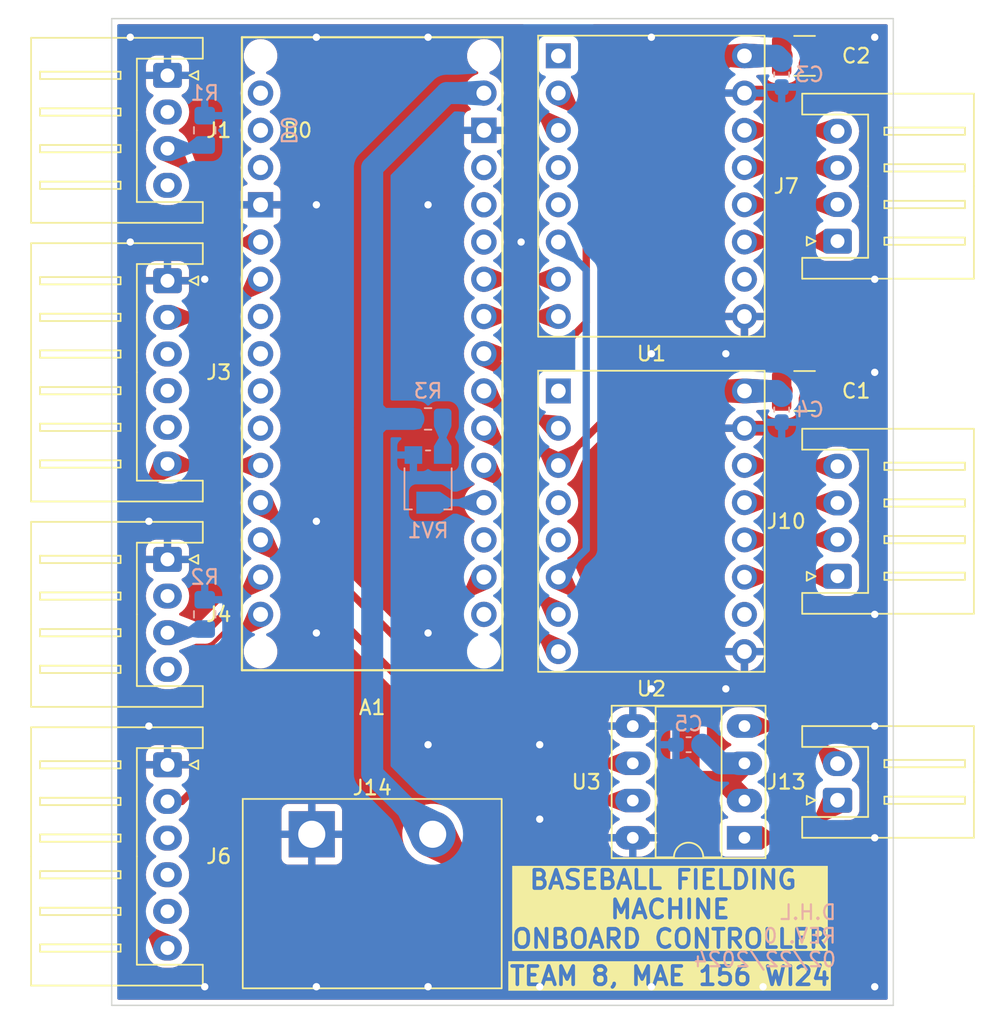
<source format=kicad_pcb>
(kicad_pcb (version 20221018) (generator pcbnew)
  (title_block (title "Onboard Controller V1") (date "2024-02-20") (rev "0"))
  (layers (0 "F.Cu" signal) (31 "B.Cu" signal) (34 "B.Paste" user) (35 "F.Paste" user) (36 "B.SilkS" user "B.Silkscreen") (37 "F.SilkS" user "F.Silkscreen") (38 "B.Mask" user) (39 "F.Mask" user) (44 "Edge.Cuts" user))
  (net 0 "")
  (net 1 "+3V3")
  (net 3 "Net-(A1-PadA0)")
  (net 4 "/FOR")
  (net 5 "/BACK")
  (net 13 "/SERVO1")
  (net 14 "/HALL1")
  (net 15 "/SERVO2")
  (net 16 "/HALL2")
  (net 17 "/STEP1")
  (net 18 "/DIR1")
  (net 19 "/STEP2")
  (net 20 "/DIR2")
  (net 23 "GND")
  (net 25 "+12V")
  (net 36 "Net-(J7-Pin_1)")
  (net 37 "Net-(J7-Pin_2)")
  (net 38 "Net-(J7-Pin_3)")
  (net 39 "Net-(J7-Pin_4)")
  (net 40 "Net-(J10-Pin_1)")
  (net 41 "Net-(J10-Pin_2)")
  (net 42 "Net-(J10-Pin_3)")
  (net 43 "Net-(J10-Pin_4)")
  (net 44 "Net-(J13-Pin_1)")
  (net 45 "Net-(J13-Pin_2)")
  (net 47 "/MS2")
  (net 48 "/MS1")
  (net 53 "Net-(R3-Pad2)")
  (net 54 "/3V3")
  (footprint "Footprint Library:On_Shore_Tech_Barrier_Strip_2Pos" (layer "F.Cu") (at 126.685 102.63)
    (fp_text reference "J14" (at 4.125 -3.175 unlocked) (layer "F.SilkS"))
    (fp_text value "Screw_Terminal_01x02")
    (pad "1" thru_hole rect (at 0 0) (size 3.145 3.145) (drill 1.85) (layers "*.Cu" "*.Mask") (net 23 "GND"))
    (pad "2" thru_hole circle (at 8.25 0) (size 3.145 3.145) (drill 1.85) (layers "*.Cu" "*.Mask") (net 25 "+12V"))
  )
  (footprint "Capacitor_SMD:C_1210_3225Metric_Pad1.33x2.70mm_HandSolder" (layer "F.Cu") (at 160.3125 72.39)
    (fp_text reference "C1" (at 3.5175 0) (layer "F.SilkS"))
    (fp_text value "100u")
    (pad "1" smd roundrect (at -1.5625 0) (size 1.325 2.7) (layers "F.Cu" "F.Paste" "F.Mask") (roundrect_rratio 0.1886792453) (net 25 "+12V"))
    (pad "2" smd roundrect (at 1.5625 0) (size 1.325 2.7) (layers "F.Cu" "F.Paste" "F.Mask") (roundrect_rratio 0.1886792453) (net 23 "GND"))
  )
  (footprint "Connector_JST:JST_XH_S4B-XH-A_1x04_P2.50mm_Horizontal" (layer "F.Cu") (at 116.84 50.86 -90)
    (fp_text reference "J1" (at 3.75 -3.5 -180) (layer "F.SilkS"))
    (fp_text value "ESC_CTRL")
    (pad "1" thru_hole roundrect (at 0 0 270) (size 1.7 1.95) (drill 0.95) (layers "*.Cu" "*.Mask") (roundrect_rratio 0.1470588235) (net 23 "GND"))
    (pad "2" thru_hole oval (at 2.5 0 270) (size 1.7 1.95) (drill 0.95) (layers "*.Cu" "*.Mask"))
    (pad "3" thru_hole oval (at 5 0 270) (size 1.7 1.95) (drill 0.95) (layers "*.Cu" "*.Mask") (net 13 "/SERVO1"))
    (pad "4" thru_hole oval (at 7.5 0 270) (size 1.7 1.95) (drill 0.95) (layers "*.Cu" "*.Mask"))
  )
  (footprint "Footprint Library:Pololu_Breakout_MP6500" (layer "F.Cu") (at 143.51 72.39)
    (fp_text reference "U2" (at 6.35 20.32 unlocked) (layer "F.SilkS"))
    (fp_text value "Pololu_Breakout_MP6500")
    (pad "1" thru_hole rect (at 0 0) (size 1.7 1.7) (drill 1) (layers "*.Cu" "*.Mask"))
    (pad "2" thru_hole oval (at 0 2.54) (size 1.7 1.7) (drill 1) (layers "*.Cu" "*.Mask") (net 48 "/MS1"))
    (pad "3" thru_hole oval (at 0 5.08) (size 1.7 1.7) (drill 1) (layers "*.Cu" "*.Mask") (net 47 "/MS2"))
    (pad "4" thru_hole oval (at 0 7.62) (size 1.7 1.7) (drill 1) (layers "*.Cu" "*.Mask"))
    (pad "5" thru_hole oval (at 0 10.16) (size 1.7 1.7) (drill 1) (layers "*.Cu" "*.Mask"))
    (pad "6" thru_hole oval (at 0 12.7) (size 1.7 1.7) (drill 1) (layers "*.Cu" "*.Mask") (net 1 "+3V3"))
    (pad "7" thru_hole oval (at 0 15.24) (size 1.7 1.7) (drill 1) (layers "*.Cu" "*.Mask") (net 19 "/STEP2"))
    (pad "8" thru_hole oval (at 0 17.78) (size 1.7 1.7) (drill 1) (layers "*.Cu" "*.Mask") (net 20 "/DIR2"))
    (pad "9" thru_hole oval (at 12.7 17.78) (size 1.7 1.7) (drill 1) (layers "*.Cu" "*.Mask") (net 23 "GND"))
    (pad "10" thru_hole oval (at 12.7 15.24) (size 1.7 1.7) (drill 1) (layers "*.Cu" "*.Mask"))
    (pad "11" thru_hole oval (at 12.7 12.7) (size 1.7 1.7) (drill 1) (layers "*.Cu" "*.Mask") (net 40 "Net-(J10-Pin_1)"))
    (pad "12" thru_hole oval (at 12.7 10.16) (size 1.7 1.7) (drill 1) (layers "*.Cu" "*.Mask") (net 41 "Net-(J10-Pin_2)"))
    (pad "13" thru_hole oval (at 12.7 7.62) (size 1.7 1.7) (drill 1) (layers "*.Cu" "*.Mask") (net 42 "Net-(J10-Pin_3)"))
    (pad "14" thru_hole oval (at 12.7 5.08) (size 1.7 1.7) (drill 1) (layers "*.Cu" "*.Mask") (net 43 "Net-(J10-Pin_4)"))
    (pad "15" thru_hole oval (at 12.7 2.54) (size 1.7 1.7) (drill 1) (layers "*.Cu" "*.Mask") (net 23 "GND"))
    (pad "16" thru_hole oval (at 12.7 0) (size 1.7 1.7) (drill 1) (layers "*.Cu" "*.Mask") (net 25 "+12V"))
  )
  (footprint "PCM_arduino-library:Arduino_Nano_ESP32_Socket" (layer "F.Cu") (at 130.81 91.44)
    (fp_text reference "A1" (at 0 2.54) (layer "F.SilkS"))
    (fp_text value "Arduino_Nano_ESP32_Socket")
    (fp_text user "D0" (at -5.715 -36.83 -90 unlocked) (layer "B.SilkS") (effects (justify mirror)))
    (fp_text user "D0" (at -5.08 -36.83 unlocked) (layer "F.SilkS"))
    (pad "" np_thru_hole circle (at -7.62 -41.91) (size 1.8 1.8) (drill 1.8) (layers "F&B.Cu" "*.Mask"))
    (pad "" np_thru_hole circle (at -7.62 -1.27) (size 1.8 1.8) (drill 1.8) (layers "F&B.Cu" "*.Mask"))
    (pad "" np_thru_hole circle (at 7.62 -41.91) (size 1.8 1.8) (drill 1.8) (layers "F&B.Cu" "*.Mask"))
    (pad "" np_thru_hole circle (at 7.62 -1.27) (size 1.8 1.8) (drill 1.8) (layers "F&B.Cu" "*.Mask"))
    (pad "3V3" thru_hole circle (at 7.62 -6.35) (size 1.7272 1.7272) (drill 1.016) (layers "*.Cu" "*.Mask") (net 1 "+3V3"))
    (pad "5V" thru_hole circle (at 7.62 -31.75) (size 1.7272 1.7272) (drill 1.016) (layers "*.Cu" "*.Mask"))
    (pad "A0" thru_hole circle (at 7.62 -11.43) (size 1.7272 1.7272) (drill 1.016) (layers "*.Cu" "*.Mask") (net 3 "Net-(A1-PadA0)"))
    (pad "A1" thru_hole circle (at 7.62 -13.97) (size 1.7272 1.7272) (drill 1.016) (layers "*.Cu" "*.Mask") (net 20 "/DIR2"))
    (pad "A2" thru_hole circle (at 7.62 -16.51) (size 1.7272 1.7272) (drill 1.016) (layers "*.Cu" "*.Mask") (net 19 "/STEP2"))
    (pad "A3" thru_hole circle (at 7.62 -19.05) (size 1.7272 1.7272) (drill 1.016) (layers "*.Cu" "*.Mask") (net 47 "/MS2"))
    (pad "A4" thru_hole circle (at 7.62 -21.59) (size 1.7272 1.7272) (drill 1.016) (layers "*.Cu" "*.Mask") (net 48 "/MS1"))
    (pad "A5" thru_hole circle (at 7.62 -24.13) (size 1.7272 1.7272) (drill 1.016) (layers "*.Cu" "*.Mask") (net 18 "/DIR1"))
    (pad "A6" thru_hole circle (at 7.62 -26.67) (size 1.7272 1.7272) (drill 1.016) (layers "*.Cu" "*.Mask") (net 17 "/STEP1"))
    (pad "A7" thru_hole circle (at 7.62 -29.21) (size 1.7272 1.7272) (drill 1.016) (layers "*.Cu" "*.Mask"))
    (pad "B0" thru_hole circle (at 7.62 -8.89) (size 1.7272 1.7272) (drill 1.016) (layers "*.Cu" "*.Mask"))
    (pad "B1" thru_hole circle (at 7.62 -34.29) (size 1.7272 1.7272) (drill 1.016) (layers "*.Cu" "*.Mask"))
    (pad "D0" thru_hole circle (at -7.62 -36.83) (size 1.7272 1.7272) (drill 1.016) (layers "*.Cu" "*.Mask"))
    (pad "D1" thru_hole circle (at -7.62 -39.37) (size 1.7272 1.7272) (drill 1.016) (layers "*.Cu" "*.Mask"))
    (pad "D2" thru_hole circle (at -7.62 -29.21) (size 1.7272 1.7272) (drill 1.016) (layers "*.Cu" "*.Mask") (net 13 "/SERVO1"))
    (pad "D3" thru_hole circle (at -7.62 -26.67) (size 1.7272 1.7272) (drill 1.016) (layers "*.Cu" "*.Mask") (net 14 "/HALL1"))
    (pad "D4" thru_hole circle (at -7.62 -24.13) (size 1.7272 1.7272) (drill 1.016) (layers "*.Cu" "*.Mask"))
    (pad "D5" thru_hole circle (at -7.62 -21.59) (size 1.7272 1.7272) (drill 1.016) (layers "*.Cu" "*.Mask"))
    (pad "D6" thru_hole circle (at -7.62 -19.05) (size 1.7272 1.7272) (drill 1.016) (layers "*.Cu" "*.Mask"))
    (pad "D7" thru_hole circle (at -7.62 -16.51) (size 1.7272 1.7272) (drill 1.016) (layers "*.Cu" "*.Mask"))
    (pad "D8" thru_hole circle (at -7.62 -13.97) (size 1.7272 1.7272) (drill 1.016) (layers "*.Cu" "*.Mask") (net 54 "/3V3"))
    (pad "D9" thru_hole circle (at -7.62 -11.43) (size 1.7272 1.7272) (drill 1.016) (layers "*.Cu" "*.Mask") (net 5 "/BACK"))
    (pad "D10" thru_hole circle (at -7.62 -8.89) (size 1.7272 1.7272) (drill 1.016) (layers "*.Cu" "*.Mask") (net 4 "/FOR"))
    (pad "D11" thru_hole circle (at -7.62 -6.35) (size 1.7272 1.7272) (drill 1.016) (layers "*.Cu" "*.Mask") (net 15 "/SERVO2"))
    (pad "D12" thru_hole circle (at -7.62 -3.81) (size 1.7272 1.7272) (drill 1.016) (layers "*.Cu" "*.Mask") (net 16 "/HALL2"))
    (pad "D13" thru_hole circle (at 7.62 -3.81) (size 1.7272 1.7272) (drill 1.016) (layers "*.Cu" "*.Mask"))
    (pad "GND1" thru_hole rect (at -7.62 -31.75) (size 1.7272 1.7272) (drill 1.016) (layers "*.Cu" "*.Mask") (net 23 "GND"))
    (pad "GND2" thru_hole rect (at 7.62 -36.83) (size 1.7272 1.7272) (drill 1.016) (layers "*.Cu" "*.Mask") (net 23 "GND"))
    (pad "RST" thru_hole circle (at -7.62 -34.29) (size 1.7272 1.7272) (drill 1.016) (layers "*.Cu" "*.Mask"))
    (pad "VIN" thru_hole circle (at 7.62 -39.37) (size 1.7272 1.7272) (drill 1.016) (layers "*.Cu" "*.Mask") (net 25 "+12V"))
  )
  (footprint "Connector_JST:JST_XH_S6B-XH-A_1x06_P2.50mm_Horizontal" (layer "F.Cu") (at 116.84 97.89 -90)
    (fp_text reference "J6" (at 6.25 -3.5 -180) (layer "F.SilkS"))
    (fp_text value "BLDC_SEN")
    (pad "1" thru_hole roundrect (at 0 0 270) (size 1.7 1.95) (drill 0.95) (layers "*.Cu" "*.Mask") (roundrect_rratio 0.1470588235) (net 23 "GND"))
    (pad "2" thru_hole oval (at 2.5 0 270) (size 1.7 1.95) (drill 0.95) (layers "*.Cu" "*.Mask") (net 16 "/HALL2"))
    (pad "3" thru_hole oval (at 5 0 270) (size 1.7 1.95) (drill 0.95) (layers "*.Cu" "*.Mask"))
    (pad "4" thru_hole oval (at 7.5 0 270) (size 1.7 1.95) (drill 0.95) (layers "*.Cu" "*.Mask"))
    (pad "5" thru_hole oval (at 10 0 270) (size 1.7 1.95) (drill 0.95) (layers "*.Cu" "*.Mask"))
    (pad "6" thru_hole oval (at 12.5 0 270) (size 1.7 1.95) (drill 0.95) (layers "*.Cu" "*.Mask") (net 54 "/3V3"))
  )
  (footprint "Capacitor_SMD:C_1210_3225Metric_Pad1.33x2.70mm_HandSolder" (layer "F.Cu") (at 160.3125 49.53)
    (fp_text reference "C2" (at 3.5175 0) (layer "F.SilkS"))
    (fp_text value "100u")
    (pad "1" smd roundrect (at -1.5625 0) (size 1.325 2.7) (layers "F.Cu" "F.Paste" "F.Mask") (roundrect_rratio 0.1886792453) (net 25 "+12V"))
    (pad "2" smd roundrect (at 1.5625 0) (size 1.325 2.7) (layers "F.Cu" "F.Paste" "F.Mask") (roundrect_rratio 0.1886792453) (net 23 "GND"))
  )
  (footprint "Connector_JST:JST_XH_S4B-XH-A_1x04_P2.50mm_Horizontal" (layer "F.Cu") (at 116.84 83.88 -90)
    (fp_text reference "J4" (at 3.75 -3.5 -180) (layer "F.SilkS"))
    (fp_text value "ESC_CTRL")
    (pad "1" thru_hole roundrect (at 0 0 270) (size 1.7 1.95) (drill 0.95) (layers "*.Cu" "*.Mask") (roundrect_rratio 0.1470588235) (net 23 "GND"))
    (pad "2" thru_hole oval (at 2.5 0 270) (size 1.7 1.95) (drill 0.95) (layers "*.Cu" "*.Mask"))
    (pad "3" thru_hole oval (at 5 0 270) (size 1.7 1.95) (drill 0.95) (layers "*.Cu" "*.Mask") (net 15 "/SERVO2"))
    (pad "4" thru_hole oval (at 7.5 0 270) (size 1.7 1.95) (drill 0.95) (layers "*.Cu" "*.Mask"))
  )
  (footprint "Connector_JST:JST_XH_S2B-XH-A_1x02_P2.50mm_Horizontal" (layer "F.Cu") (at 162.56 100.31 90)
    (fp_text reference "J13" (at 1.25 -3.5 180) (layer "F.SilkS"))
    (fp_text value "MOTOR")
    (pad "1" thru_hole roundrect (at 0 0 90) (size 1.7 2) (drill 1) (layers "*.Cu" "*.Mask") (roundrect_rratio 0.1470588235) (net 44 "Net-(J13-Pin_1)"))
    (pad "2" thru_hole oval (at 2.5 0 90) (size 1.7 2) (drill 1) (layers "*.Cu" "*.Mask") (net 45 "Net-(J13-Pin_2)"))
  )
  (footprint "Connector_JST:JST_XH_S4B-XH-A_1x04_P2.50mm_Horizontal" (layer "F.Cu") (at 162.56 62.17 90)
    (fp_text reference "J7" (at 3.75 -3.5 180) (layer "F.SilkS"))
    (fp_text value "STPR_CTRL")
    (pad "1" thru_hole roundrect (at 0 0 90) (size 1.7 1.95) (drill 0.95) (layers "*.Cu" "*.Mask") (roundrect_rratio 0.1470588235) (net 36 "Net-(J7-Pin_1)"))
    (pad "2" thru_hole oval (at 2.5 0 90) (size 1.7 1.95) (drill 0.95) (layers "*.Cu" "*.Mask") (net 37 "Net-(J7-Pin_2)"))
    (pad "3" thru_hole oval (at 5 0 90) (size 1.7 1.95) (drill 0.95) (layers "*.Cu" "*.Mask") (net 38 "Net-(J7-Pin_3)"))
    (pad "4" thru_hole oval (at 7.5 0 90) (size 1.7 1.95) (drill 0.95) (layers "*.Cu" "*.Mask") (net 39 "Net-(J7-Pin_4)"))
  )
  (footprint "Connector_JST:JST_XH_S4B-XH-A_1x04_P2.50mm_Horizontal" (layer "F.Cu") (at 162.56 85.03 90)
    (fp_text reference "J10" (at 3.75 -3.5 180) (layer "F.SilkS"))
    (fp_text value "STPR_CTRL")
    (pad "1" thru_hole roundrect (at 0 0 90) (size 1.7 1.95) (drill 0.95) (layers "*.Cu" "*.Mask") (roundrect_rratio 0.1470588235) (net 40 "Net-(J10-Pin_1)"))
    (pad "2" thru_hole oval (at 2.5 0 90) (size 1.7 1.95) (drill 0.95) (layers "*.Cu" "*.Mask") (net 41 "Net-(J10-Pin_2)"))
    (pad "3" thru_hole oval (at 5 0 90) (size 1.7 1.95) (drill 0.95) (layers "*.Cu" "*.Mask") (net 42 "Net-(J10-Pin_3)"))
    (pad "4" thru_hole oval (at 7.5 0 90) (size 1.7 1.95) (drill 0.95) (layers "*.Cu" "*.Mask") (net 43 "Net-(J10-Pin_4)"))
  )
  (footprint "Package_DIP:DIP-8_W7.62mm_Socket_LongPads" (layer "F.Cu") (at 156.21 102.87 180)
    (fp_text reference "U3" (at 10.795 3.81) (layer "F.SilkS"))
    (fp_text value "Adafruit_L9110")
    (pad "1" thru_hole rect (at 0 0 180) (size 2.4 1.6) (drill 0.8) (layers "*.Cu" "*.Mask") (net 44 "Net-(J13-Pin_1)"))
    (pad "2" thru_hole oval (at 0 2.54 180) (size 2.4 1.6) (drill 0.8) (layers "*.Cu" "*.Mask") (net 25 "+12V"))
    (pad "3" thru_hole oval (at 0 5.08 180) (size 2.4 1.6) (drill 0.8) (layers "*.Cu" "*.Mask") (net 25 "+12V"))
    (pad "4" thru_hole oval (at 0 7.62 180) (size 2.4 1.6) (drill 0.8) (layers "*.Cu" "*.Mask") (net 45 "Net-(J13-Pin_2)"))
    (pad "5" thru_hole oval (at 7.62 7.62 180) (size 2.4 1.6) (drill 0.8) (layers "*.Cu" "*.Mask") (net 23 "GND"))
    (pad "6" thru_hole oval (at 7.62 5.08 180) (size 2.4 1.6) (drill 0.8) (layers "*.Cu" "*.Mask") (net 5 "/BACK"))
    (pad "7" thru_hole oval (at 7.62 2.54 180) (size 2.4 1.6) (drill 0.8) (layers "*.Cu" "*.Mask") (net 4 "/FOR"))
    (pad "8" thru_hole oval (at 7.62 0 180) (size 2.4 1.6) (drill 0.8) (layers "*.Cu" "*.Mask") (net 23 "GND"))
  )
  (footprint "Footprint Library:Pololu_Breakout_MP6500" (layer "F.Cu") (at 143.51 49.53)
    (fp_text reference "U1" (at 6.35 20.32 unlocked) (layer "F.SilkS"))
    (fp_text value "Pololu_Breakout_MP6500")
    (pad "1" thru_hole rect (at 0 0) (size 1.7 1.7) (drill 1) (layers "*.Cu" "*.Mask"))
    (pad "2" thru_hole oval (at 0 2.54) (size 1.7 1.7) (drill 1) (layers "*.Cu" "*.Mask") (net 48 "/MS1"))
    (pad "3" thru_hole oval (at 0 5.08) (size 1.7 1.7) (drill 1) (layers "*.Cu" "*.Mask") (net 47 "/MS2"))
    (pad "4" thru_hole oval (at 0 7.62) (size 1.7 1.7) (drill 1) (layers "*.Cu" "*.Mask"))
    (pad "5" thru_hole oval (at 0 10.16) (size 1.7 1.7) (drill 1) (layers "*.Cu" "*.Mask"))
    (pad "6" thru_hole oval (at 0 12.7) (size 1.7 1.7) (drill 1) (layers "*.Cu" "*.Mask") (net 1 "+3V3"))
    (pad "7" thru_hole oval (at 0 15.24) (size 1.7 1.7) (drill 1) (layers "*.Cu" "*.Mask") (net 17 "/STEP1"))
    (pad "8" thru_hole oval (at 0 17.78) (size 1.7 1.7) (drill 1) (layers "*.Cu" "*.Mask") (net 18 "/DIR1"))
    (pad "9" thru_hole oval (at 12.7 17.78) (size 1.7 1.7) (drill 1) (layers "*.Cu" "*.Mask") (net 23 "GND"))
    (pad "10" thru_hole oval (at 12.7 15.24) (size 1.7 1.7) (drill 1) (layers "*.Cu" "*.Mask"))
    (pad "11" thru_hole oval (at 12.7 12.7) (size 1.7 1.7) (drill 1) (layers "*.Cu" "*.Mask") (net 36 "Net-(J7-Pin_1)"))
    (pad "12" thru_hole oval (at 12.7 10.16) (size 1.7 1.7) (drill 1) (layers "*.Cu" "*.Mask") (net 37 "Net-(J7-Pin_2)"))
    (pad "13" thru_hole oval (at 12.7 7.62) (size 1.7 1.7) (drill 1) (layers "*.Cu" "*.Mask") (net 38 "Net-(J7-Pin_3)"))
    (pad "14" thru_hole oval (at 12.7 5.08) (size 1.7 1.7) (drill 1) (layers "*.Cu" "*.Mask") (net 39 "Net-(J7-Pin_4)"))
    (pad "15" thru_hole oval (at 12.7 2.54) (size 1.7 1.7) (drill 1) (layers "*.Cu" "*.Mask") (net 23 "GND"))
    (pad "16" thru_hole oval (at 12.7 0) (size 1.7 1.7) (drill 1) (layers "*.Cu" "*.Mask") (net 25 "+12V"))
  )
  (footprint "Connector_JST:JST_XH_S6B-XH-A_1x06_P2.50mm_Horizontal" (layer "F.Cu") (at 116.84 64.87 -90)
    (fp_text reference "J3" (at 6.25 -3.5 -180) (layer "F.SilkS"))
    (fp_text value "BLDC_SEN")
    (pad "1" thru_hole roundrect (at 0 0 270) (size 1.7 1.95) (drill 0.95) (layers "*.Cu" "*.Mask") (roundrect_rratio 0.1470588235) (net 23 "GND"))
    (pad "2" thru_hole oval (at 2.5 0 270) (size 1.7 1.95) (drill 0.95) (layers "*.Cu" "*.Mask") (net 14 "/HALL1"))
    (pad "3" thru_hole oval (at 5 0 270) (size 1.7 1.95) (drill 0.95) (layers "*.Cu" "*.Mask"))
    (pad "4" thru_hole oval (at 7.5 0 270) (size 1.7 1.95) (drill 0.95) (layers "*.Cu" "*.Mask"))
    (pad "5" thru_hole oval (at 10 0 270) (size 1.7 1.95) (drill 0.95) (layers "*.Cu" "*.Mask"))
    (pad "6" thru_hole oval (at 12.5 0 270) (size 1.7 1.95) (drill 0.95) (layers "*.Cu" "*.Mask") (net 54 "/3V3"))
  )
  (footprint "Capacitor_SMD:C_0603_1608Metric_Pad1.08x0.95mm_HandSolder" (layer "B.Cu") (at 158.75 73.66 -90)
    (fp_text reference "C4" (at 0 -1.905 -180) (layer "B.SilkS") (effects (justify mirror)))
    (fp_text value "0.1u")
    (pad "1" smd roundrect (at -0.8625 0 270) (size 1.075 0.95) (layers "B.Cu" "B.Paste" "B.Mask") (net 25 "+12V"))
    (pad "2" smd roundrect (at 0.8625 0 270) (size 1.075 0.95) (layers "B.Cu" "B.Paste" "B.Mask") (net 23 "GND"))
  )
  (footprint "Resistor_SMD:R_0805_2012Metric_Pad1.20x1.40mm_HandSolder" (layer "B.Cu") (at 134.62 74.295)
    (fp_text reference "R3" (at 0 -1.905) (layer "B.SilkS") (effects (justify mirror)))
    (fp_text value "10k")
    (pad "1" smd roundrect (at -1 0) (size 1.2 1.4) (layers "B.Cu" "B.Paste" "B.Mask") (roundrect_rratio 0.2083333333) (net 25 "+12V"))
    (pad "2" smd roundrect (at 1 0) (size 1.2 1.4) (layers "B.Cu" "B.Paste" "B.Mask") (roundrect_rratio 0.2083333333) (net 53 "Net-(R3-Pad2)"))
  )
  (footprint "Resistor_SMD:R_0805_2012Metric_Pad1.20x1.40mm_HandSolder" (layer "B.Cu") (at 119.38 87.63 90)
    (fp_text reference "R2" (at 2.54 0 180) (layer "B.SilkS") (effects (justify mirror)))
    (fp_text value "10k")
    (pad "1" smd roundrect (at -1 0 90) (size 1.2 1.4) (layers "B.Cu" "B.Paste" "B.Mask") (roundrect_rratio 0.2083333333) (net 15 "/SERVO2"))
    (pad "2" smd roundrect (at 1 0 90) (size 1.2 1.4) (layers "B.Cu" "B.Paste" "B.Mask") (roundrect_rratio 0.2083333333) (net 23 "GND"))
  )
  (footprint "Footprint Library:Bourns_TC33X_Potentiometer" (layer "B.Cu") (at 134.62 78.56 180)
    (fp_text reference "RV1" (at 0 -3.355 unlocked) (layer "B.SilkS") (effects (justify mirror)))
    (fp_text value "R_Potentiometer_Trim")
    (pad "1" smd rect (at -1 1.8 180) (size 1.2 1.2) (layers "B.Cu" "B.Paste" "B.Mask") (net 53 "Net-(R3-Pad2)"))
    (pad "2" smd rect (at 0 -1.45 180) (size 1.6 1.5) (layers "B.Cu" "B.Paste" "B.Mask") (net 3 "Net-(A1-PadA0)"))
    (pad "3" smd rect (at 1 1.8 180) (size 1.2 1.2) (layers "B.Cu" "B.Paste" "B.Mask") (net 23 "GND"))
  )
  (footprint "Capacitor_SMD:C_0603_1608Metric_Pad1.08x0.95mm_HandSolder" (layer "B.Cu") (at 152.4 96.52 180)
    (fp_text reference "C5" (at 0 1.43) (layer "B.SilkS") (effects (justify mirror)))
    (fp_text value "0.1u")
    (pad "1" smd roundrect (at -0.8625 0 180) (size 1.075 0.95) (layers "B.Cu" "B.Paste" "B.Mask") (net 25 "+12V"))
    (pad "2" smd roundrect (at 0.8625 0 180) (size 1.075 0.95) (layers "B.Cu" "B.Paste" "B.Mask") (net 23 "GND"))
  )
  (footprint "Resistor_SMD:R_0805_2012Metric_Pad1.20x1.40mm_HandSolder" (layer "B.Cu") (at 119.38 54.61 90)
    (fp_text reference "R1" (at 2.54 0 180) (layer "B.SilkS") (effects (justify mirror)))
    (fp_text value "10k")
    (pad "1" smd roundrect (at -1 0 90) (size 1.2 1.4) (layers "B.Cu" "B.Paste" "B.Mask") (roundrect_rratio 0.2083333333) (net 13 "/SERVO1"))
    (pad "2" smd roundrect (at 1 0 90) (size 1.2 1.4) (layers "B.Cu" "B.Paste" "B.Mask") (roundrect_rratio 0.2083333333) (net 23 "GND"))
  )
  (footprint "Capacitor_SMD:C_0603_1608Metric_Pad1.08x0.95mm_HandSolder" (layer "B.Cu") (at 158.75 50.8 -90)
    (fp_text reference "C3" (at 0 -1.905 -180) (layer "B.SilkS") (effects (justify mirror)))
    (fp_text value "0.1u")
    (pad "1" smd roundrect (at -0.8625 0 270) (size 1.075 0.95) (layers "B.Cu" "B.Paste" "B.Mask") (net 25 "+12V"))
    (pad "2" smd roundrect (at 0.8625 0 270) (size 1.075 0.95) (layers "B.Cu" "B.Paste" "B.Mask") (net 23 "GND"))
  )
  (gr_rect (start 113.03 46.99) (end 166.37 114.3) (stroke (width 0.1)) (fill none) (layer "Edge.Cuts"))
  (gr_text "D.H.L\nREV. 0\n02/22/2024" (at 162.56 111.76) (layer "B.SilkS") (effects (font (size 1 1)) (justify left bottom mirror)))
  (gr_text "TEAM 8, MAE 156 WI24" (at 151.13 113.03) (layer "F.SilkS" knockout) (effects (font (size 1.25 1.25) (thickness 0.25) bold) (justify bottom)))
  (gr_text "BASEBALL FIELDING \nMACHINE\nONBOARD CONTROLLER" (at 151.13 110.49) (layer "F.SilkS" knockout) (effects (font (size 1.25 1.25) (thickness 0.25) bold) (justify bottom)))
  (segment (start 138.43 85.09) (end 135.89 87.63) (width 0.5) (layer "F.Cu") (net 1))
  (segment (start 145.415 90.805) (end 145.415 86.995) (width 0.5) (layer "F.Cu") (net 1))
  (segment (start 137.795 92.075) (end 144.145 92.075) (width 0.5) (layer "F.Cu") (net 1))
  (segment (start 135.89 87.63) (end 135.89 90.17) (width 0.5) (layer "F.Cu") (net 1))
  (segment (start 144.145 92.075) (end 145.415 90.805) (width 0.5) (layer "F.Cu") (net 1))
  (segment (start 145.415 86.995) (end 143.51 85.09) (width 0.5) (layer "F.Cu") (net 1))
  (segment (start 135.89 90.17) (end 137.795 92.075) (width 0.5) (layer "F.Cu") (net 1))
  (segment (start 143.51 85.09) (end 145.415 83.185) (width 0.5) (layer "B.Cu") (net 1))
  (segment (start 145.415 83.185) (end 145.415 64.135) (width 0.5) (layer "B.Cu") (net 1))
  (segment (start 145.415 64.135) (end 143.51 62.23) (width 0.5) (layer "B.Cu") (net 1))
  (segment (start 134.62 80.01) (end 138.43 80.01) (width 0.5) (layer "B.Cu") (net 3))
  (segment (start 123.19 82.55) (end 140.97 100.33) (width 0.5) (layer "F.Cu") (net 4))
  (segment (start 140.97 100.33) (end 148.59 100.33) (width 0.5) (layer "F.Cu") (net 4))
  (segment (start 140.97 97.79) (end 148.59 97.79) (width 0.5) (layer "F.Cu") (net 5))
  (segment (start 123.19 80.01) (end 140.97 97.79) (width 0.5) (layer "F.Cu") (net 5))
  (segment (start 121.92 62.23) (end 123.19 62.23) (width 0.5) (layer "F.Cu") (net 13))
  (segment (start 120.65 59.67) (end 120.65 60.96) (width 0.5) (layer "F.Cu") (net 13))
  (segment (start 116.84 55.86) (end 120.65 59.67) (width 0.5) (layer "F.Cu") (net 13))
  (segment (start 120.65 60.96) (end 121.92 62.23) (width 0.5) (layer "F.Cu") (net 13))
  (segment (start 116.84 55.86) (end 119.13 55.86) (width 0.5) (layer "B.Cu") (net 13))
  (segment (start 119.13 55.86) (end 119.38 55.61) (width 0.5) (layer "B.Cu") (net 13))
  (segment (start 116.84 67.37) (end 120.59 67.37) (width 0.5) (layer "F.Cu") (net 14))
  (segment (start 120.59 67.37) (end 123.19 64.77) (width 0.5) (layer "F.Cu") (net 14))
  (segment (start 116.84 88.88) (end 119.4 88.88) (width 0.5) (layer "F.Cu") (net 15))
  (segment (start 119.4 88.88) (end 123.19 85.09) (width 0.5) (layer "F.Cu") (net 15))
  (segment (start 119.13 88.88) (end 119.38 88.63) (width 0.5) (layer "B.Cu") (net 15))
  (segment (start 116.84 88.88) (end 119.13 88.88) (width 0.5) (layer "B.Cu") (net 15))
  (segment (start 120.65 90.17) (end 123.19 87.63) (width 0.5) (layer "F.Cu") (net 16))
  (segment (start 116.84 100.39) (end 117.811258 100.39) (width 0.5) (layer "F.Cu") (net 16))
  (segment (start 117.811258 100.39) (end 120.65 97.551258) (width 0.5) (layer "F.Cu") (net 16))
  (segment (start 120.65 97.551258) (end 120.65 90.17) (width 0.5) (layer "F.Cu") (net 16))
  (segment (start 138.43 64.77) (end 143.51 64.77) (width 0.5) (layer "F.Cu") (net 17))
  (segment (start 138.43 67.31) (end 143.51 67.31) (width 0.5) (layer "F.Cu") (net 18))
  (segment (start 143.51 87.63) (end 141.605 85.725) (width 0.5) (layer "F.Cu") (net 19))
  (segment (start 141.605 78.105) (end 138.43 74.93) (width 0.5) (layer "F.Cu") (net 19))
  (segment (start 141.605 85.725) (end 141.605 78.105) (width 0.5) (layer "F.Cu") (net 19))
  (segment (start 140.0436 79.0836) (end 138.43 77.47) (width 0.5) (layer "F.Cu") (net 20))
  (segment (start 140.0436 86.7036) (end 140.0436 79.0836) (width 0.5) (layer "F.Cu") (net 20))
  (segment (start 143.51 90.17) (end 140.0436 86.7036) (width 0.5) (layer "F.Cu") (net 20))
  (segment (start 161.875 73.74) (end 161.875 72.39) (width 1) (layer "F.Cu") (net 23))
  (segment (start 156.21 74.93) (end 160.685 74.93) (width 1) (layer "F.Cu") (net 23))
  (segment (start 160.685 52.07) (end 161.875 50.88) (width 1) (layer "F.Cu") (net 23))
  (segment (start 156.21 52.07) (end 160.685 52.07) (width 1) (layer "F.Cu") (net 23))
  (segment (start 160.685 74.93) (end 161.875 73.74) (width 1) (layer "F.Cu") (net 23))
  (segment (start 161.875 50.88) (end 161.875 49.53) (width 1) (layer "F.Cu") (net 23))
  (via (at 149.86 113.03) (size 1) (drill 0.5) (layers "F.Cu" "B.Cu") (net 23))
  (via (at 142.24 101.6) (size 1) (drill 0.5) (layers "F.Cu" "B.Cu") (net 23))
  (via (at 127 88.9) (size 1) (drill 0.5) (layers "F.Cu" "B.Cu") (net 23))
  (via (at 142.24 96.52) (size 1) (drill 0.5) (layers "F.Cu" "B.Cu") (net 23))
  (via (at 127 48.26) (size 1) (drill 0.5) (layers "F.Cu" "B.Cu") (net 23))
  (via (at 127 113.03) (size 1) (drill 0.5) (layers "F.Cu" "B.Cu") (net 23))
  (via (at 165.1 87.63) (size 1) (drill 0.5) (layers "F.Cu" "B.Cu") (net 23))
  (via (at 165.1 71.12) (size 1) (drill 0.5) (layers "F.Cu" "B.Cu") (net 23))
  (via (at 114.3 48.26) (size 1) (drill 0.5) (layers "F.Cu" "B.Cu") (net 23))
  (via (at 165.1 95.25) (size 1) (drill 0.5) (layers "F.Cu" "B.Cu") (net 23))
  (via (at 149.86 92.71) (size 1) (drill 0.5) (layers "F.Cu" "B.Cu") (net 23))
  (via (at 157.48 113.03) (size 1) (drill 0.5) (layers "F.Cu" "B.Cu") (net 23))
  (via (at 149.86 48.26) (size 1) (drill 0.5) (layers "F.Cu" "B.Cu") (net 23))
  (via (at 114.3 62.23) (size 1) (drill 0.5) (layers "F.Cu" "B.Cu") (net 23))
  (via (at 165.1 48.26) (size 1) (drill 0.5) (layers "F.Cu" "B.Cu") (net 23))
  (via (at 115.57 81.28) (size 1) (drill 0.5) (layers "F.Cu" "B.Cu") (net 23))
  (via (at 149.86 69.85) (size 1) (drill 0.5) (layers "F.Cu" "B.Cu") (net 23))
  (via (at 154.94 69.85) (size 1) (drill 0.5) (layers "F.Cu" "B.Cu") (net 23))
  (via (at 115.57 95.25) (size 1) (drill 0.5) (layers "F.Cu" "B.Cu") (net 23))
  (via (at 140.97 62.23) (size 1) (drill 0.5) (layers "F.Cu" "B.Cu") (net 23))
  (via (at 165.1 113.03) (size 1) (drill 0.5) (layers "F.Cu" "B.Cu") (net 23))
  (via (at 134.62 113.03) (size 1) (drill 0.5) (layers "F.Cu" "B.Cu") (net 23))
  (via (at 134.62 59.69) (size 1) (drill 0.5) (layers "F.Cu" "B.Cu") (net 23))
  (via (at 154.94 92.71) (size 1) (drill 0.5) (layers "F.Cu" "B.Cu") (net 23))
  (via (at 119.38 113.03) (size 1) (drill 0.5) (layers "F.Cu" "B.Cu") (net 23))
  (via (at 134.62 48.26) (size 1) (drill 0.5) (layers "F.Cu" "B.Cu") (net 23))
  (via (at 119.38 64.77) (size 1) (drill 0.5) (layers "F.Cu" "B.Cu") (net 23))
  (via (at 134.62 96.52) (size 1) (drill 0.5) (layers "F.Cu" "B.Cu") (net 23))
  (via (at 134.62 88.9) (size 1) (drill 0.5) (layers "F.Cu" "B.Cu") (net 23))
  (via (at 165.1 64.77) (size 1) (drill 0.5) (layers "F.Cu" "B.Cu") (net 23))
  (via (at 142.24 113.03) (size 1) (drill 0.5) (layers "F.Cu" "B.Cu") (net 23))
  (via (at 165.1 102.87) (size 1) (drill 0.5) (layers "F.Cu" "B.Cu") (net 23))
  (via (at 127 81.28) (size 1) (drill 0.5) (layers "F.Cu" "B.Cu") (net 23))
  (via (at 127 59.69) (size 1) (drill 0.5) (layers "F.Cu" "B.Cu") (net 23))
  (segment (start 154.94 49.53) (end 156.21 49.53) (width 1.5) (layer "F.Cu") (net 25))
  (segment (start 152.4 72.39) (end 152.4 52.07) (width 1.5) (layer "F.Cu") (net 25))
  (segment (start 154.94 99.06) (end 156.21 97.79) (width 1.5) (layer "F.Cu") (net 25))
  (segment (start 150.415 106.68) (end 152.4 104.695) (width 1.5) (layer "F.Cu") (net 25))
  (segment (start 152.4 104.695) (end 152.4 99.06) (width 1.5) (layer "F.Cu") (net 25))
  (segment (start 152.4 99.06) (end 154.94 99.06) (width 1.5) (layer "F.Cu") (net 25))
  (segment (start 156.21 72.39) (end 158.75 72.39) (width 1.5) (layer "F.Cu") (net 25))
  (segment (start 154.94 99.06) (end 156.21 100.33) (width 1.5) (layer "F.Cu") (net 25))
  (segment (start 152.4 99.06) (end 152.4 72.39) (width 1.5) (layer "F.Cu") (net 25))
  (segment (start 156.21 72.39) (end 152.4 72.39) (width 1.5) (layer "F.Cu") (net 25))
  (segment (start 138.985 106.68) (end 150.415 106.68) (width 1.5) (layer "F.Cu") (net 25))
  (segment (start 156.21 49.53) (end 158.75 49.53) (width 1.5) (layer "F.Cu") (net 25))
  (segment (start 152.4 52.07) (end 154.94 49.53) (width 1.5) (layer "F.Cu") (net 25))
  (segment (start 134.935 102.63) (end 138.985 106.68) (width 1.5) (layer "F.Cu") (net 25))
  (segment (start 156.21 72.39) (end 158.405 72.39) (width 1.5) (layer "B.Cu") (net 25))
  (segment (start 130.81 98.505) (end 130.81 74.93) (width 1.5) (layer "B.Cu") (net 25))
  (segment (start 130.81 74.93) (end 130.81 73.66) (width 1.5) (layer "B.Cu") (net 25))
  (segment (start 131.445 74.295) (end 130.81 73.66) (width 1.5) (layer "B.Cu") (net 25))
  (segment (start 156.21 97.79) (end 154.595 97.79) (width 1.5) (layer "B.Cu") (net 25))
  (segment (start 130.81 73.66) (end 130.81 57.15) (width 1.5) (layer "B.Cu") (net 25))
  (segment (start 158.405 49.53) (end 158.75 49.875) (width 1.5) (layer "B.Cu") (net 25))
  (segment (start 130.81 74.93) (end 131.445 74.295) (width 1.5) (layer "B.Cu") (net 25))
  (segment (start 154.595 97.79) (end 153.325 96.52) (width 1.5) (layer "B.Cu") (net 25))
  (segment (start 134.935 102.63) (end 130.81 98.505) (width 1.5) (layer "B.Cu") (net 25))
  (segment (start 158.405 72.39) (end 158.75 72.735) (width 1.5) (layer "B.Cu") (net 25))
  (segment (start 156.21 49.53) (end 158.405 49.53) (width 1.5) (layer "B.Cu") (net 25))
  (segment (start 133.62 74.295) (end 131.445 74.295) (width 1.5) (layer "B.Cu") (net 25))
  (segment (start 135.89 52.07) (end 138.43 52.07) (width 1.5) (layer "B.Cu") (net 25))
  (segment (start 130.81 57.15) (end 135.89 52.07) (width 1.5) (layer "B.Cu") (net 25))
  (segment (start 156.21 62.23) (end 162.5 62.23) (width 0.5) (layer "F.Cu") (net 36))
  (segment (start 162.5 62.23) (end 162.56 62.17) (width 0.5) (layer "F.Cu") (net 36))
  (segment (start 156.21 59.69) (end 162.54 59.69) (width 0.5) (layer "F.Cu") (net 37))
  (segment (start 162.54 59.69) (end 162.56 59.67) (width 0.5) (layer "F.Cu") (net 37))
  (segment (start 156.21 57.15) (end 162.54 57.15) (width 0.5) (layer "F.Cu") (net 38))
  (segment (start 162.54 57.15) (end 162.56 57.17) (width 0.5) (layer "F.Cu") (net 38))
  (segment (start 156.21 54.61) (end 162.5 54.61) (width 0.5) (layer "F.Cu") (net 39))
  (segment (start 162.5 54.61) (end 162.56 54.67) (width 0.5) (layer "F.Cu") (net 39))
  (segment (start 156.21 85.09) (end 162.5 85.09) (width 0.5) (layer "F.Cu") (net 40))
  (segment (start 162.5 85.09) (end 162.56 85.03) (width 0.5) (layer "F.Cu") (net 40))
  (segment (start 162.54 82.55) (end 162.56 82.53) (width 0.5) (layer "F.Cu") (net 41))
  (segment (start 156.21 82.55) (end 162.54 82.55) (width 0.5) (layer "F.Cu") (net 41))
  (segment (start 156.21 80.01) (end 162.54 80.01) (width 0.5) (layer "F.Cu") (net 42))
  (segment (start 162.54 80.01) (end 162.56 80.03) (width 0.5) (layer "F.Cu") (net 42))
  (segment (start 162.5 77.47) (end 162.56 77.53) (width 0.5) (layer "F.Cu") (net 43))
  (segment (start 156.21 77.47) (end 162.5 77.47) (width 0.5) (layer "F.Cu") (net 43))
  (segment (start 156.21 102.87) (end 160 102.87) (width 0.5) (layer "F.Cu") (net 44))
  (segment (start 160 102.87) (end 162.56 100.31) (width 0.5) (layer "F.Cu") (net 44))
  (segment (start 160 95.25) (end 156.21 95.25) (width 0.5) (layer "F.Cu") (net 45))
  (segment (start 162.56 97.81) (end 160 95.25) (width 0.5) (layer "F.Cu") (net 45))
  (segment (start 147.32 50.05467) (end 145.19533 47.93) (width 0.5) (layer "F.Cu") (net 47))
  (segment (start 138.43 72.39) (end 143.51 77.47) (width 0.5) (layer "F.Cu") (net 47))
  (segment (start 140.97 52.07) (end 143.51 54.61) (width 0.5) (layer "F.Cu") (net 47))
  (segment (start 143.51 77.47) (end 147.32 73.66) (width 0.5) (layer "F.Cu") (net 47))
  (segment (start 145.19533 47.93) (end 141.82467 47.93) (width 0.5) (layer "F.Cu") (net 47))
  (segment (start 147.32 73.66) (end 147.32 50.05467) (width 0.5) (layer "F.Cu") (net 47))
  (segment (start 140.97 48.78467) (end 140.97 52.07) (width 0.5) (layer "F.Cu") (net 47))
  (segment (start 141.82467 47.93) (end 140.97 48.78467) (width 0.5) (layer "F.Cu") (net 47))
  (segment (start 142.875 74.93) (end 141.605 73.66) (width 0.5) (layer "F.Cu") (net 48))
  (segment (start 143.28934 69.85) (end 138.43 69.85) (width 0.5) (layer "F.Cu") (net 48))
  (segment (start 143.51 74.93) (end 142.875 74.93) (width 0.5) (layer "F.Cu") (net 48))
  (segment (start 145.415 53.975) (end 145.415 67.72434) (width 0.5) (layer "F.Cu") (net 48))
  (segment (start 145.415 67.72434) (end 143.28934 69.85) (width 0.5) (layer "F.Cu") (net 48))
  (segment (start 141.605 73.025) (end 138.43 69.85) (width 0.5) (layer "F.Cu") (net 48))
  (segment (start 141.605 73.66) (end 141.605 73.025) (width 0.5) (layer "F.Cu") (net 48))
  (segment (start 143.51 52.07) (end 145.415 53.975) (width 0.5) (layer "F.Cu") (net 48))
  (segment (start 135.62 76.76) (end 135.62 74.295) (width 0.5) (layer "B.Cu") (net 53))
  (segment (start 114.3 107.85) (end 116.84 110.39) (width 0.5) (layer "F.Cu") (net 54))
  (segment (start 123.19 77.47) (end 116.94 77.47) (width 0.5) (layer "F.Cu") (net 54))
  (segment (start 116.84 77.37) (end 114.3 79.91) (width 0.5) (layer "F.Cu") (net 54))
  (segment (start 116.94 77.47) (end 116.84 77.37) (width 0.5) (layer "F.Cu") (net 54))
  (segment (start 114.3 79.91) (end 114.3 107.85) (width 0.5) (layer "F.Cu") (net 54))
  (zone (net 23) (net_name "GND") (layer "F.Cu") (priority 1) (connect_pads (clearance 0.5)) (min_thickness 0.2) (fill yes (thermal_gap 0.5) (thermal_bridge_width 0.5))
    (polygon (pts (xy 105.41 45.72) (xy 173.99 45.72) (xy 173.99 115.57) (xy 105.41 115.57)))
  )
  (zone (net 23) (net_name "GND") (layer "B.Cu") (connect_pads (clearance 0.5)) (min_thickness 0.2) (fill yes (thermal_gap 0.5) (thermal_bridge_width 0.5))
    (polygon (pts (xy 105.41 45.72) (xy 173.99 45.72) (xy 173.99 115.57) (xy 105.41 115.57)))
  )
)
</source>
